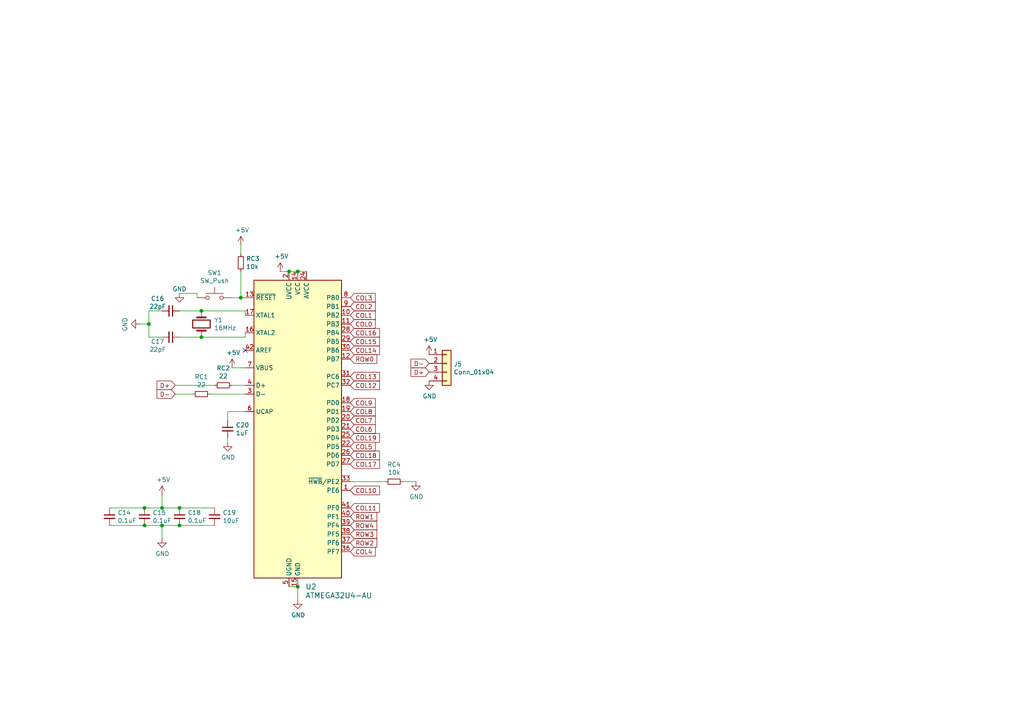
<source format=kicad_sch>
(kicad_sch (version 20230121) (generator eeschema)
  (paper "A4")
  (lib_symbols
    (symbol "Connector_Generic:Conn_01x04" (pin_names (offset 1.016) hide)
      (property "Reference" "J" (at 0 5.08 0))
      (property "Value" "Conn_01x04" (at 0 -7.62 0))
      (symbol "Conn_01x04_1_1"
        (rectangle (start -1.27 -4.953) (end 0 -5.207) (stroke (width 0.1524)))
        (rectangle (start -1.27 -2.413) (end 0 -2.667) (stroke (width 0.1524)))
        (rectangle (start -1.27 0.127) (end 0 -0.127) (stroke (width 0.1524)))
        (rectangle (start -1.27 2.667) (end 0 2.413) (stroke (width 0.1524)))
        (rectangle (start -1.27 3.81) (end 1.27 -6.35) (stroke (width 0.254)) (fill (type background)))
        (pin passive line (at -5.08 2.54 0) (length 3.81) (name "Pin_1") (number "1"))
        (pin passive line (at -5.08 0 0) (length 3.81) (name "Pin_2") (number "2"))
        (pin passive line (at -5.08 -2.54 0) (length 3.81) (name "Pin_3") (number "3"))
        (pin passive line (at -5.08 -5.08 0) (length 3.81) (name "Pin_4") (number "4"))
      )
    )
    (symbol "Device:C_Small" (pin_numbers hide) (pin_names (offset 0.254) hide)
      (property "Reference" "C" (at 0.254 1.778 0))
      (property "Value" "C_Small" (at 0.254 -2.032 0))
      (symbol "C_Small_0_1"
        (polyline (pts (xy -1.524 -0.508) (xy 1.524 -0.508)) (stroke (width 0.3302)))
        (polyline (pts (xy -1.524 0.508) (xy 1.524 0.508)) (stroke (width 0.3048)))
      )
      (symbol "C_Small_1_1"
        (pin passive line (at 0 2.54 270) (length 2.032) (name "~") (number "1"))
        (pin passive line (at 0 -2.54 90) (length 2.032) (name "~") (number "2"))
      )
    )
    (symbol "Device:Crystal" (pin_numbers hide) (pin_names (offset 1.016) hide)
      (property "Reference" "Y" (at 0 3.81 0))
      (property "Value" "Crystal" (at 0 -3.81 0))
      (symbol "Crystal_0_1"
        (rectangle (start -1.143 2.54) (end 1.143 -2.54) (stroke (width 0.3048)))
        (polyline (pts (xy -2.54 0) (xy -1.905 0)))
        (polyline (pts (xy -1.905 -1.27) (xy -1.905 1.27)) (stroke (width 0.508)))
        (polyline (pts (xy 1.905 -1.27) (xy 1.905 1.27)) (stroke (width 0.508)))
        (polyline (pts (xy 2.54 0) (xy 1.905 0)))
      )
      (symbol "Crystal_1_1"
        (pin passive line (at -3.81 0 0) (length 1.27) (name "1") (number "1"))
        (pin passive line (at 3.81 0 180) (length 1.27) (name "2") (number "2"))
      )
    )
    (symbol "Device:R_Small" (pin_numbers hide) (pin_names (offset 0.254) hide)
      (property "Reference" "R" (at 0.762 0.508 0))
      (property "Value" "R_Small" (at 0.762 -1.016 0))
      (symbol "R_Small_0_1"
        (rectangle (start -0.762 1.778) (end 0.762 -1.778) (stroke (width 0.2032)))
      )
      (symbol "R_Small_1_1"
        (pin passive line (at 0 2.54 270) (length 0.762) (name "~") (number "1"))
        (pin passive line (at 0 -2.54 90) (length 0.762) (name "~") (number "2"))
      )
    )
    (symbol "MCU_Microchip_ATmega:ATmega32U4-M"
      (property "Reference" "U" (at -12.7 44.45 0))
      (property "Value" "ATmega32U4-M" (at 2.54 -44.45 0))
      (symbol "ATmega32U4-M_0_1"
        (rectangle (start -12.7 -43.18) (end 12.7 43.18) (stroke (width 0.254)) (fill (type background)))
      )
      (symbol "ATmega32U4-M_1_1"
        (pin bidirectional line (at 15.24 -17.78 180) (length 2.54) (name "PE6") (number "1"))
        (pin bidirectional line (at 15.24 33.02 180) (length 2.54) (name "PB2") (number "10"))
        (pin bidirectional line (at 15.24 30.48 180) (length 2.54) (name "PB3") (number "11"))
        (pin bidirectional line (at 15.24 20.32 180) (length 2.54) (name "PB7") (number "12"))
        (pin input line (at -15.24 38.1 0) (length 2.54) (name "~{RESET}") (number "13"))
        (pin power_in line (at 0 45.72 270) (length 2.54) (name "VCC") (number "14"))
        (pin power_in line (at 0 -45.72 90) (length 2.54) (name "GND") (number "15"))
        (pin output line (at -15.24 27.94 0) (length 2.54) (name "XTAL2") (number "16"))
        (pin input line (at -15.24 33.02 0) (length 2.54) (name "XTAL1") (number "17"))
        (pin bidirectional line (at 15.24 7.62 180) (length 2.54) (name "PD0") (number "18"))
        (pin bidirectional line (at 15.24 5.08 180) (length 2.54) (name "PD1") (number "19"))
        (pin power_in line (at -2.54 45.72 270) (length 2.54) (name "UVCC") (number "2"))
        (pin bidirectional line (at 15.24 2.54 180) (length 2.54) (name "PD2") (number "20"))
        (pin bidirectional line (at 15.24 0 180) (length 2.54) (name "PD3") (number "21"))
        (pin bidirectional line (at 15.24 -5.08 180) (length 2.54) (name "PD5") (number "22"))
        (pin passive line (at 0 -45.72 90) (length 2.54) hide (name "GND") (number "23"))
        (pin power_in line (at 2.54 45.72 270) (length 2.54) (name "AVCC") (number "24"))
        (pin bidirectional line (at 15.24 -2.54 180) (length 2.54) (name "PD4") (number "25"))
        (pin bidirectional line (at 15.24 -7.62 180) (length 2.54) (name "PD6") (number "26"))
        (pin bidirectional line (at 15.24 -10.16 180) (length 2.54) (name "PD7") (number "27"))
        (pin bidirectional line (at 15.24 27.94 180) (length 2.54) (name "PB4") (number "28"))
        (pin bidirectional line (at 15.24 25.4 180) (length 2.54) (name "PB5") (number "29"))
        (pin bidirectional line (at -15.24 10.16 0) (length 2.54) (name "D-") (number "3"))
        (pin bidirectional line (at 15.24 22.86 180) (length 2.54) (name "PB6") (number "30"))
        (pin bidirectional line (at 15.24 15.24 180) (length 2.54) (name "PC6") (number "31"))
        (pin bidirectional line (at 15.24 12.7 180) (length 2.54) (name "PC7") (number "32"))
        (pin bidirectional line (at 15.24 -15.24 180) (length 2.54) (name "~{HWB}/PE2") (number "33"))
        (pin passive line (at 0 45.72 270) (length 2.54) hide (name "VCC") (number "34"))
        (pin passive line (at 0 -45.72 90) (length 2.54) hide (name "GND") (number "35"))
        (pin bidirectional line (at 15.24 -35.56 180) (length 2.54) (name "PF7") (number "36"))
        (pin bidirectional line (at 15.24 -33.02 180) (length 2.54) (name "PF6") (number "37"))
        (pin bidirectional line (at 15.24 -30.48 180) (length 2.54) (name "PF5") (number "38"))
        (pin bidirectional line (at 15.24 -27.94 180) (length 2.54) (name "PF4") (number "39"))
        (pin bidirectional line (at -15.24 12.7 0) (length 2.54) (name "D+") (number "4"))
        (pin bidirectional line (at 15.24 -25.4 180) (length 2.54) (name "PF1") (number "40"))
        (pin bidirectional line (at 15.24 -22.86 180) (length 2.54) (name "PF0") (number "41"))
        (pin passive line (at -15.24 22.86 0) (length 2.54) (name "AREF") (number "42"))
        (pin passive line (at 0 -45.72 90) (length 2.54) hide (name "GND") (number "43"))
        (pin passive line (at 2.54 45.72 270) (length 2.54) hide (name "AVCC") (number "44"))
        (pin passive line (at 0 -45.72 90) (length 2.54) hide (name "GND") (number "45"))
        (pin passive line (at -2.54 -45.72 90) (length 2.54) (name "UGND") (number "5"))
        (pin passive line (at -15.24 5.08 0) (length 2.54) (name "UCAP") (number "6"))
        (pin input line (at -15.24 17.78 0) (length 2.54) (name "VBUS") (number "7"))
        (pin bidirectional line (at 15.24 38.1 180) (length 2.54) (name "PB0") (number "8"))
        (pin bidirectional line (at 15.24 35.56 180) (length 2.54) (name "PB1") (number "9"))
      )
    )
    (symbol "Switch:SW_Push" (pin_numbers hide) (pin_names (offset 1.016) hide)
      (property "Reference" "SW" (at 1.27 2.54 0))
      (property "Value" "SW_Push" (at 0 -1.524 0))
      (symbol "SW_Push_0_1"
        (circle (center -2.032 0) (radius 0.508))
        (polyline (pts (xy 0 1.27) (xy 0 3.048)))
        (polyline (pts (xy 2.54 1.27) (xy -2.54 1.27)))
        (circle (center 2.032 0) (radius 0.508))
        (pin passive line (at -5.08 0 0) (length 2.54) (name "1") (number "1"))
        (pin passive line (at 5.08 0 180) (length 2.54) (name "2") (number "2"))
      )
    )
    (symbol "power:+5V" (power) (pin_names (offset 0))
      (property "Value" "+5V" (at 0 3.556 0))
      (symbol "+5V_0_1"
        (polyline (pts (xy -0.762 1.27) (xy 0 2.54)))
        (polyline (pts (xy 0 0) (xy 0 2.54)))
        (polyline (pts (xy 0 2.54) (xy 0.762 1.27)))
      )
      (symbol "+5V_1_1"
        (pin power_in line (at 0 0 90) (length 0) hide (name "+5V") (number "1"))
      )
    )
    (symbol "power:GND" (power) (pin_names (offset 0))
      (property "Value" "GND" (at 0 -3.81 0))
      (symbol "GND_0_1"
        (polyline (pts (xy 0 0) (xy 0 -1.27) (xy 1.27 -1.27) (xy 0 -2.54) (xy -1.27 -1.27) (xy 0 -1.27)))
      )
      (symbol "GND_1_1"
        (pin power_in line (at 0 0 270) (length 0) hide (name "GND") (number "1"))
      )
    )
  )
  (junction (at 58.42 90.17))
  (junction (at 46.99 147.32))
  (junction (at 69.85 86.36))
  (junction (at 52.07 147.32))
  (junction (at 43.18 93.98))
  (junction (at 86.36 170.18))
  (junction (at 58.42 97.79))
  (junction (at 52.07 152.4))
  (junction (at 41.91 147.32))
  (junction (at 41.91 152.4))
  (junction (at 46.99 152.4))
  (junction (at 83.82 78.74))
  (junction (at 86.36 78.74))
  (no_connect (at 71.12 101.6))
  (wire (pts (xy 116.84 139.7) (xy 120.65 139.7)))
  (wire (pts (xy 67.31 106.68) (xy 71.12 106.68)))
  (wire (pts (xy 46.99 156.21) (xy 46.99 152.4)))
  (wire (pts (xy 67.31 86.36) (xy 69.85 86.36)))
  (wire (pts (xy 69.85 78.74) (xy 69.85 86.36)))
  (wire (pts (xy 41.91 152.4) (xy 46.99 152.4)))
  (wire (pts (xy 86.36 78.74) (xy 88.9 78.74)))
  (wire (pts (xy 83.82 170.18) (xy 86.36 170.18)))
  (wire (pts (xy 43.18 93.98) (xy 43.18 97.79)))
  (wire (pts (xy 41.91 147.32) (xy 46.99 147.32)))
  (wire (pts (xy 66.04 121.92) (xy 66.04 119.38)))
  (wire (pts (xy 52.07 97.79) (xy 58.42 97.79)))
  (wire (pts (xy 111.76 139.7) (xy 101.6 139.7)))
  (wire (pts (xy 52.07 152.4) (xy 62.23 152.4)))
  (wire (pts (xy 50.8 111.76) (xy 62.23 111.76)))
  (wire (pts (xy 46.99 143.51) (xy 46.99 147.32)))
  (wire (pts (xy 58.42 97.79) (xy 71.12 97.79)))
  (wire (pts (xy 66.04 119.38) (xy 71.12 119.38)))
  (wire (pts (xy 69.85 86.36) (xy 71.12 86.36)))
  (wire (pts (xy 43.18 97.79) (xy 46.99 97.79)))
  (wire (pts (xy 43.18 90.17) (xy 46.99 90.17)))
  (wire (pts (xy 40.64 93.98) (xy 43.18 93.98)))
  (wire (pts (xy 86.36 170.18) (xy 86.36 173.99)))
  (wire (pts (xy 83.82 78.74) (xy 86.36 78.74)))
  (wire (pts (xy 46.99 147.32) (xy 52.07 147.32)))
  (wire (pts (xy 66.04 128.27) (xy 66.04 127)))
  (wire (pts (xy 71.12 97.79) (xy 71.12 96.52)))
  (wire (pts (xy 50.8 114.3) (xy 55.88 114.3)))
  (wire (pts (xy 57.15 85.09) (xy 57.15 86.36)))
  (wire (pts (xy 31.75 152.4) (xy 41.91 152.4)))
  (wire (pts (xy 46.99 152.4) (xy 52.07 152.4)))
  (wire (pts (xy 31.75 147.32) (xy 41.91 147.32)))
  (wire (pts (xy 81.28 78.74) (xy 83.82 78.74)))
  (wire (pts (xy 52.07 147.32) (xy 62.23 147.32)))
  (wire (pts (xy 67.31 111.76) (xy 71.12 111.76)))
  (wire (pts (xy 71.12 114.3) (xy 60.96 114.3)))
  (wire (pts (xy 43.18 90.17) (xy 43.18 93.98)))
  (wire (pts (xy 52.07 90.17) (xy 58.42 90.17)))
  (wire (pts (xy 58.42 90.17) (xy 71.12 90.17)))
  (wire (pts (xy 52.07 85.09) (xy 57.15 85.09)))
  (wire (pts (xy 71.12 90.17) (xy 71.12 91.44)))
  (wire (pts (xy 69.85 71.12) (xy 69.85 73.66)))
  (global_label "ROW0" (shape input) (at 101.6 104.14 0) (property "Intersheetrefs" "${INTERSHEET_REFS}" (effects hide)))
  (global_label "COL15" (shape input) (at 101.6 99.06 0) (property "Intersheetrefs" "${INTERSHEET_REFS}" (effects hide)))
  (global_label "COL9" (shape input) (at 101.6 116.84 0) (property "Intersheetrefs" "${INTERSHEET_REFS}" (effects hide)))
  (global_label "COL11" (shape input) (at 101.6 147.32 0) (property "Intersheetrefs" "${INTERSHEET_REFS}" (effects hide)))
  (global_label "COL8" (shape input) (at 101.6 119.38 0) (property "Intersheetrefs" "${INTERSHEET_REFS}" (effects hide)))
  (global_label "COL2" (shape input) (at 101.6 88.9 0) (property "Intersheetrefs" "${INTERSHEET_REFS}" (effects hide)))
  (global_label "ROW4" (shape input) (at 101.6 152.4 0) (property "Intersheetrefs" "${INTERSHEET_REFS}" (effects hide)))
  (global_label "COL12" (shape input) (at 101.6 111.76 0) (property "Intersheetrefs" "${INTERSHEET_REFS}" (effects hide)))
  (global_label "D-" (shape input) (at 50.8 114.3 180) (property "Intersheetrefs" "${INTERSHEET_REFS}" (effects hide)))
  (global_label "ROW3" (shape input) (at 101.6 154.94 0) (property "Intersheetrefs" "${INTERSHEET_REFS}" (effects hide)))
  (global_label "COL16" (shape input) (at 101.6 96.52 0) (property "Intersheetrefs" "${INTERSHEET_REFS}" (effects hide)))
  (global_label "COL19" (shape input) (at 101.6 127 0) (property "Intersheetrefs" "${INTERSHEET_REFS}" (effects hide)))
  (global_label "COL3" (shape input) (at 101.6 86.36 0) (property "Intersheetrefs" "${INTERSHEET_REFS}" (effects hide)))
  (global_label "D+" (shape input) (at 50.8 111.76 180) (property "Intersheetrefs" "${INTERSHEET_REFS}" (effects hide)))
  (global_label "COL13" (shape input) (at 101.6 109.22 0) (property "Intersheetrefs" "${INTERSHEET_REFS}" (effects hide)))
  (global_label "D-" (shape input) (at 124.46 105.41 180) (property "Intersheetrefs" "${INTERSHEET_REFS}" (effects hide)))
  (global_label "COL1" (shape input) (at 101.6 91.44 0) (property "Intersheetrefs" "${INTERSHEET_REFS}" (effects hide)))
  (global_label "COL14" (shape input) (at 101.6 101.6 0) (property "Intersheetrefs" "${INTERSHEET_REFS}" (effects hide)))
  (global_label "COL17" (shape input) (at 101.6 134.62 0) (property "Intersheetrefs" "${INTERSHEET_REFS}" (effects hide)))
  (global_label "ROW2" (shape input) (at 101.6 157.48 0) (property "Intersheetrefs" "${INTERSHEET_REFS}" (effects hide)))
  (global_label "ROW1" (shape input) (at 101.6 149.86 0) (property "Intersheetrefs" "${INTERSHEET_REFS}" (effects hide)))
  (global_label "COL6" (shape input) (at 101.6 124.46 0) (property "Intersheetrefs" "${INTERSHEET_REFS}" (effects hide)))
  (global_label "COL4" (shape input) (at 101.6 160.02 0) (property "Intersheetrefs" "${INTERSHEET_REFS}" (effects hide)))
  (global_label "D+" (shape input) (at 124.46 107.95 180) (property "Intersheetrefs" "${INTERSHEET_REFS}" (effects hide)))
  (global_label "COL18" (shape input) (at 101.6 132.08 0) (property "Intersheetrefs" "${INTERSHEET_REFS}" (effects hide)))
  (global_label "COL10" (shape input) (at 101.6 142.24 0) (property "Intersheetrefs" "${INTERSHEET_REFS}" (effects hide)))
  (global_label "COL5" (shape input) (at 101.6 129.54 0) (property "Intersheetrefs" "${INTERSHEET_REFS}" (effects hide)))
  (global_label "COL0" (shape input) (at 101.6 93.98 0) (property "Intersheetrefs" "${INTERSHEET_REFS}" (effects hide)))
  (global_label "COL7" (shape input) (at 101.6 121.92 0) (property "Intersheetrefs" "${INTERSHEET_REFS}" (effects hide)))
  (symbol (lib_id "power:+5V") (at 46.99 143.51 0) (unit 1)
    (property "Reference" "#PWR04" (effects hide))
    (property "Value" "+5V" (at 47.371 139.1158 0))
    (instances (project "PGA2320" (path "" (reference "#PWR04") (unit 1))) (project "Wyvern HS PCB" (path "" (reference "#PWR0109") (unit 1))))
  )
  (symbol (lib_id "power:GND") (at 124.46 110.49 0) (unit 1)
    (property "Reference" "#PWR014" (effects hide))
    (property "Value" "GND" (at 124.587 114.8842 0))
    (instances (project "PGA2320" (path "" (reference "#PWR014") (unit 1))) (project "Wyvern HS PCB" (path "" (reference "#PWR0112") (unit 1))))
  )
  (symbol (lib_id "Device:R_Small") (at 64.77 111.76 270) (unit 1)
    (property "Reference" "RC2" (at 64.77 106.7816 90))
    (property "Value" "22" (at 64.77 109.093 90))
    (property "Footprint" "Resistor_SMD:R_0805_2012Metric" (effects hide))
    (instances (project "PGA2320" (path "" (reference "RC2") (unit 1))) (project "Wyvern HS PCB" (path "" (reference "RC1") (unit 1))))
  )
  (symbol (lib_id "power:GND") (at 52.07 85.09 0) (unit 1)
    (property "Reference" "#PWR06" (effects hide))
    (property "Value" "GND" (at 52.07 83.82 0))
    (instances (project "PGA2320" (path "" (reference "#PWR06") (unit 1))) (project "Wyvern HS PCB" (path "" (reference "#PWR0106") (unit 1))))
  )
  (symbol (lib_id "Device:C_Small") (at 52.07 149.86 0) (unit 1)
    (property "Reference" "C18" (at 54.4068 148.6916 0) (effects (justify left)))
    (property "Value" "0.1uF" (at 54.4068 151.003 0) (effects (justify left)))
    (property "Footprint" "Capacitor_SMD:C_0805_2012Metric" (effects hide))
    (instances (project "PGA2320" (path "" (reference "C18") (unit 1))) (project "Wyvern HS PCB" (path "" (reference "C6") (unit 1))))
  )
  (symbol (lib_id "power:GND") (at 46.99 156.21 0) (unit 1)
    (property "Reference" "#PWR05" (effects hide))
    (property "Value" "GND" (at 47.117 160.6042 0))
    (instances (project "PGA2320" (path "" (reference "#PWR05") (unit 1))) (project "Wyvern HS PCB" (path "" (reference "#PWR0110") (unit 1))))
  )
  (symbol (lib_id "power:GND") (at 86.36 173.99 0) (unit 1)
    (property "Reference" "#PWR011" (effects hide))
    (property "Value" "GND" (at 86.487 178.3842 0))
    (instances (project "PGA2320" (path "" (reference "#PWR011") (unit 1))) (project "Wyvern HS PCB" (path "" (reference "#PWR0102") (unit 1))))
  )
  (symbol (lib_id "Device:C_Small") (at 66.04 124.46 0) (unit 1)
    (property "Reference" "C20" (at 68.3768 123.2916 0) (effects (justify left)))
    (property "Value" "1uF" (at 68.3768 125.603 0) (effects (justify left)))
    (property "Footprint" "Capacitor_SMD:C_0805_2012Metric" (effects hide))
    (instances (project "PGA2320" (path "" (reference "C20") (unit 1))) (project "Wyvern HS PCB" (path "" (reference "C1") (unit 1))))
  )
  (symbol (lib_id "Device:R_Small") (at 58.42 114.3 270) (unit 1)
    (property "Reference" "RC1" (at 58.42 109.3216 90))
    (property "Value" "22" (at 58.42 111.633 90))
    (property "Footprint" "Resistor_SMD:R_0805_2012Metric" (effects hide))
    (instances (project "PGA2320" (path "" (reference "RC1") (unit 1))) (project "Wyvern HS PCB" (path "" (reference "RC2") (unit 1))))
  )
  (symbol (lib_id "power:GND") (at 120.65 139.7 0) (unit 1)
    (property "Reference" "#PWR012" (effects hide))
    (property "Value" "GND" (at 120.777 144.0942 0))
    (instances (project "PGA2320" (path "" (reference "#PWR012") (unit 1))) (project "Wyvern HS PCB" (path "" (reference "#PWR0108") (unit 1))))
  )
  (symbol (lib_id "power:+5V") (at 81.28 78.74 0) (unit 1)
    (property "Reference" "#PWR010" (effects hide))
    (property "Value" "+5V" (at 81.661 74.3458 0))
    (instances (project "PGA2320" (path "" (reference "#PWR010") (unit 1))) (project "Wyvern HS PCB" (path "" (reference "#PWR0101") (unit 1))))
  )
  (symbol (lib_id "Switch:SW_Push") (at 62.23 86.36 0) (unit 1)
    (property "Reference" "SW1" (at 62.23 79.121 0))
    (property "Value" "SW_Push" (at 62.23 81.4324 0))
    (property "Footprint" "Button_Switch_SMD:SW_SPST_PTS645" (effects hide))
  )
  (symbol (lib_id "Device:C_Small") (at 49.53 97.79 270) (unit 1)
    (property "Reference" "C17" (at 45.72 99.06 90))
    (property "Value" "22pF" (at 45.72 101.3714 90))
    (property "Footprint" "Capacitor_SMD:C_0805_2012Metric" (effects hide))
    (instances (project "PGA2320" (path "" (reference "C17") (unit 1))) (project "Wyvern HS PCB" (path "" (reference "C3") (unit 1))))
  )
  (symbol (lib_id "Device:C_Small") (at 41.91 149.86 0) (unit 1)
    (property "Reference" "C15" (at 44.2468 148.6916 0) (effects (justify left)))
    (property "Value" "0.1uF" (at 44.2468 151.003 0) (effects (justify left)))
    (property "Footprint" "Capacitor_SMD:C_0805_2012Metric" (effects hide))
    (instances (project "PGA2320" (path "" (reference "C15") (unit 1))) (project "Wyvern HS PCB" (path "" (reference "C5") (unit 1))))
  )
  (symbol (lib_id "Device:Crystal") (at 58.42 93.98 270) (unit 1)
    (property "Reference" "Y1" (at 62.0776 92.8116 90) (effects (justify left)))
    (property "Value" "16MHz" (at 62.0776 95.123 90) (effects (justify left)))
    (property "Footprint" "Crystal:Crystal_SMD_HC49-SD" (effects hide))
  )
  (symbol (lib_id "Device:R_Small") (at 69.85 76.2 0) (unit 1)
    (property "Reference" "RC3" (at 71.3486 75.0316 0) (effects (justify left)))
    (property "Value" "10k" (at 71.3486 77.343 0) (effects (justify left)))
    (property "Footprint" "Resistor_SMD:R_0805_2012Metric" (effects hide))
  )
  (symbol (lib_id "Device:C_Small") (at 49.53 90.17 270) (unit 1)
    (property "Reference" "C16" (at 45.72 86.5886 90))
    (property "Value" "22pF" (at 45.72 88.9 90))
    (property "Footprint" "Capacitor_SMD:C_0805_2012Metric" (effects hide))
    (instances (project "PGA2320" (path "" (reference "C16") (unit 1))) (project "Wyvern HS PCB" (path "" (reference "C2") (unit 1))))
  )
  (symbol (lib_id "power:GND") (at 66.04 128.27 0) (unit 1)
    (property "Reference" "#PWR07" (effects hide))
    (property "Value" "GND" (at 66.167 132.6642 0))
    (instances (project "PGA2320" (path "" (reference "#PWR07") (unit 1))) (project "Wyvern HS PCB" (path "" (reference "#PWR0103") (unit 1))))
  )
  (symbol (lib_id "Device:R_Small") (at 114.3 139.7 270) (unit 1)
    (property "Reference" "RC4" (at 114.3 134.7216 90))
    (property "Value" "10k" (at 114.3 137.033 90))
    (property "Footprint" "Resistor_SMD:R_0805_2012Metric" (effects hide))
  )
  (symbol (lib_id "power:GND") (at 40.64 93.98 270) (unit 1)
    (property "Reference" "#PWR02" (effects hide))
    (property "Value" "GND" (at 36.2458 94.107 0))
    (instances (project "PGA2320" (path "" (reference "#PWR02") (unit 1))) (project "Wyvern HS PCB" (path "" (reference "#PWR0105") (unit 1))))
  )
  (symbol (lib_id "MCU_Microchip_ATmega:ATmega32U4-M") (at 86.36 124.46 0) (unit 1)
    (property "Reference" "U2" (at 88.5541 170.18 0) (effects (font (size 1.524 1.524)) (justify left)))
    (property "Value" "ATMEGA32U4-AU" (at 88.5541 172.72 0) (effects (font (size 1.524 1.524)) (justify left)))
    (property "Footprint" "Package_DFN_QFN:QFN-44-1EP_7x7mm_P0.5mm_EP5.2x5.2mm" (effects hide))
    (property "Datasheet" "http://ww1.microchip.com/downloads/en/DeviceDoc/Atmel-7766-8-bit-AVR-ATmega16U4-32U4_Datasheet.pdf" (effects hide))
    (property "Digi-Key_PN" "ATMEGA32U4-AU-ND" (effects hide))
    (property "MPN" "ATMEGA32U4-AU" (effects hide))
    (property "Category" "Integrated Circuits (ICs)" (effects hide))
    (property "Family" "Embedded - Microcontrollers" (effects hide))
    (property "DK_Datasheet_Link" "http://ww1.microchip.com/downloads/en/DeviceDoc/Atmel-7766-8-bit-AVR-ATmega16U4-32U4_Summary.pdf" (effects hide))
    (property "DK_Detail_Page" "/product-detail/en/microchip-technology/ATMEGA32U4-AU/ATMEGA32U4-AU-ND/1914602" (effects hide))
    (property "Description" "IC MCU 8BIT 32KB FLASH 44TQFP" (effects hide))
    (property "Manufacturer" "Microchip Technology" (effects hide))
    (property "Status" "Active" (effects hide))
  )
  (symbol (lib_id "power:+5V") (at 67.31 106.68 0) (unit 1)
    (property "Reference" "#PWR08" (effects hide))
    (property "Value" "+5V" (at 67.691 102.2858 0))
    (instances (project "PGA2320" (path "" (reference "#PWR08") (unit 1))) (project "Wyvern HS PCB" (path "" (reference "#PWR0104") (unit 1))))
  )
  (symbol (lib_id "power:+5V") (at 69.85 71.12 0) (unit 1)
    (property "Reference" "#PWR09" (effects hide))
    (property "Value" "+5V" (at 70.231 66.7258 0))
    (instances (project "PGA2320" (path "" (reference "#PWR09") (unit 1))) (project "Wyvern HS PCB" (path "" (reference "#PWR0107") (unit 1))))
  )
  (symbol (lib_id "power:+5V") (at 124.46 102.87 0) (unit 1)
    (property "Reference" "#PWR013" (effects hide))
    (property "Value" "+5V" (at 124.841 98.4758 0))
    (instances (project "PGA2320" (path "" (reference "#PWR013") (unit 1))) (project "Wyvern HS PCB" (path "" (reference "#PWR0111") (unit 1))))
  )
  (symbol (lib_id "Device:C_Small") (at 31.75 149.86 0) (unit 1)
    (property "Reference" "C14" (at 34.0868 148.6916 0) (effects (justify left)))
    (property "Value" "0.1uF" (at 34.0868 151.003 0) (effects (justify left)))
    (property "Footprint" "Capacitor_SMD:C_0805_2012Metric" (effects hide))
    (instances (project "PGA2320" (path "" (reference "C14") (unit 1))) (project "Wyvern HS PCB" (path "" (reference "C4") (unit 1))))
  )
  (symbol (lib_id "Device:C_Small") (at 62.23 149.86 0) (unit 1)
    (property "Reference" "C19" (at 64.5668 148.6916 0) (effects (justify left)))
    (property "Value" "10uF" (at 64.5668 151.003 0) (effects (justify left)))
    (property "Footprint" "Capacitor_SMD:C_0805_2012Metric" (effects hide))
    (instances (project "PGA2320" (path "" (reference "C19") (unit 1))) (project "Wyvern HS PCB" (path "" (reference "C7") (unit 1))))
  )
  (symbol (lib_id "Connector_Generic:Conn_01x04") (at 129.54 105.41 0) (unit 1)
    (property "Reference" "J5" (at 131.572 105.6132 0) (effects (justify left)))
    (property "Value" "Conn_01x04" (at 131.572 107.9246 0) (effects (justify left)))
    (property "Footprint" "random-keyboard-parts:JST-SR-4" (effects hide))
    (instances (project "PGA2320" (path "" (reference "J5") (unit 1))) (project "Wyvern HS PCB" (path "" (reference "J1") (unit 1))))
  )
)
</source>
